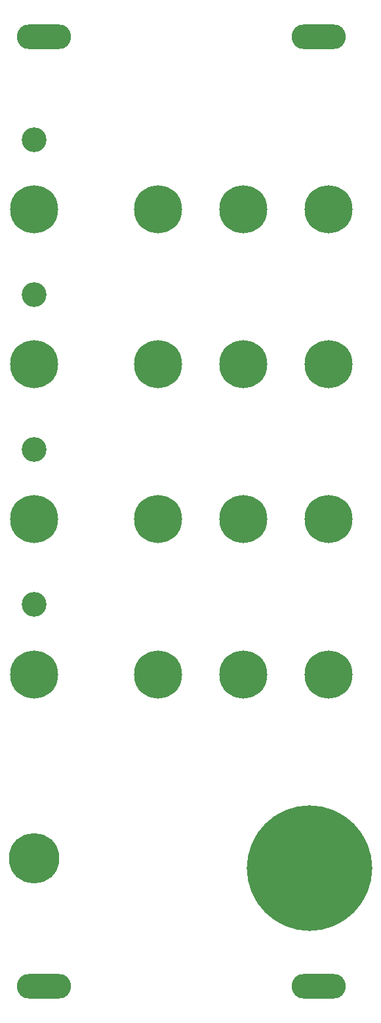
<source format=gts>
G04 #@! TF.GenerationSoftware,KiCad,Pcbnew,8.0.5*
G04 #@! TF.CreationDate,2024-11-24T11:51:28+01:00*
G04 #@! TF.ProjectId,midi-2-cv-panel,6d696469-2d32-42d6-9376-2d70616e656c,rev?*
G04 #@! TF.SameCoordinates,Original*
G04 #@! TF.FileFunction,Soldermask,Top*
G04 #@! TF.FilePolarity,Negative*
%FSLAX46Y46*%
G04 Gerber Fmt 4.6, Leading zero omitted, Abs format (unit mm)*
G04 Created by KiCad (PCBNEW 8.0.5) date 2024-11-24 11:51:28*
%MOMM*%
%LPD*%
G01*
G04 APERTURE LIST*
%ADD10C,6.200000*%
%ADD11O,7.000000X3.200000*%
%ADD12C,6.500000*%
%ADD13C,3.200000*%
%ADD14C,16.200000*%
G04 APERTURE END LIST*
D10*
X83250000Y-95250000D03*
X83250000Y-115250000D03*
X56250000Y-95250000D03*
X72250000Y-115250000D03*
D11*
X57500000Y-175500000D03*
D10*
X83250000Y-75250000D03*
X94250000Y-135250000D03*
D12*
X56250000Y-159000000D03*
D10*
X94250000Y-115250000D03*
D11*
X93000000Y-175500000D03*
D10*
X72250000Y-75250000D03*
D11*
X57500000Y-53000000D03*
D10*
X94250000Y-95250000D03*
D13*
X56210000Y-126250000D03*
D10*
X56250000Y-115250000D03*
D13*
X56250000Y-106250000D03*
X56250000Y-86250000D03*
D10*
X72250000Y-135250000D03*
X56250000Y-75250000D03*
X83250000Y-135250000D03*
D14*
X91750000Y-160250000D03*
D10*
X72250000Y-95250000D03*
D13*
X56250000Y-66250000D03*
D10*
X56250000Y-135250000D03*
D11*
X93000000Y-53000000D03*
D10*
X94250000Y-75250000D03*
M02*

</source>
